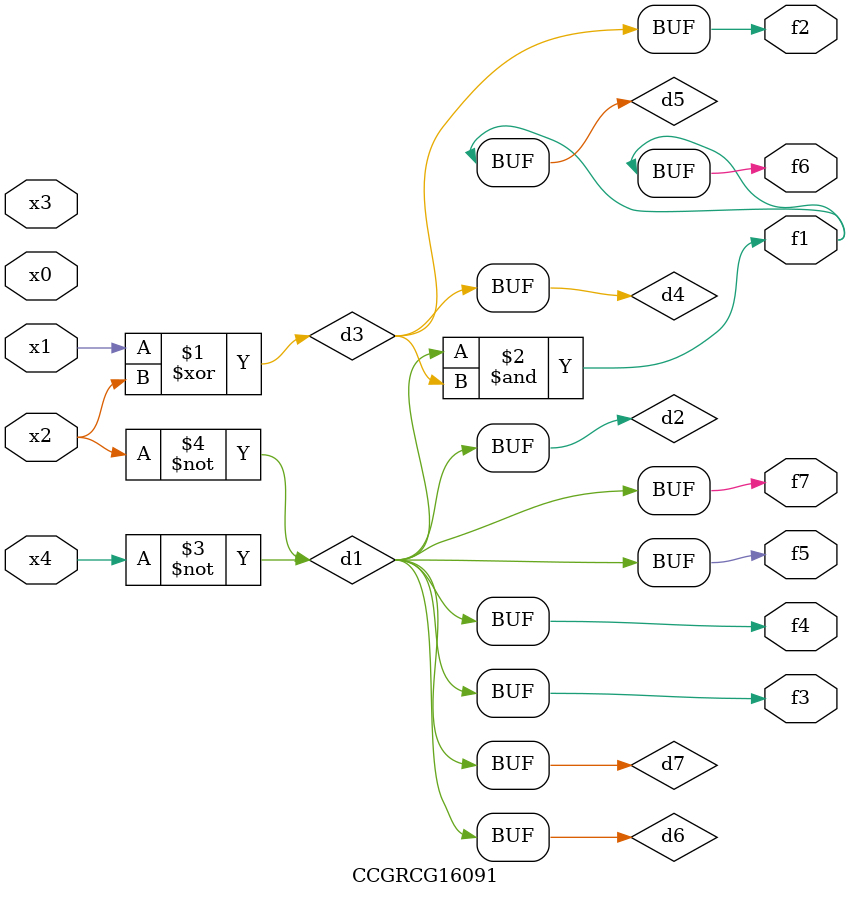
<source format=v>
module CCGRCG16091(
	input x0, x1, x2, x3, x4,
	output f1, f2, f3, f4, f5, f6, f7
);

	wire d1, d2, d3, d4, d5, d6, d7;

	not (d1, x4);
	not (d2, x2);
	xor (d3, x1, x2);
	buf (d4, d3);
	and (d5, d1, d3);
	buf (d6, d1, d2);
	buf (d7, d2);
	assign f1 = d5;
	assign f2 = d4;
	assign f3 = d7;
	assign f4 = d7;
	assign f5 = d7;
	assign f6 = d5;
	assign f7 = d7;
endmodule

</source>
